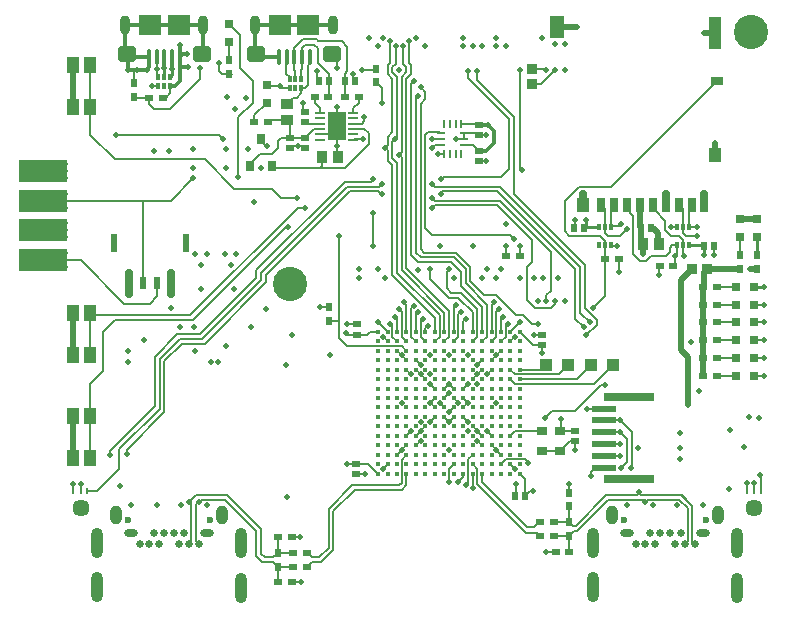
<source format=gtl>
G04*
G04 #@! TF.GenerationSoftware,Altium Limited,Altium Designer,19.0.15 (446)*
G04*
G04 Layer_Physical_Order=1*
G04 Layer_Color=255*
%FSAX42Y42*%
%MOMM*%
G71*
G01*
G75*
%ADD11C,0.25*%
%ADD15C,0.20*%
%ADD19R,0.60X0.75*%
%ADD20R,0.75X0.60*%
%ADD21R,0.60X0.64*%
%ADD22R,0.30X0.60*%
%ADD23R,0.90X1.00*%
%ADD24R,0.25X0.68*%
%ADD25R,0.68X0.25*%
%ADD26R,0.64X0.60*%
%ADD27R,0.60X1.10*%
%ADD28R,0.60X1.50*%
%ADD29R,0.29X0.53*%
%ADD30R,0.85X0.65*%
%ADD31R,0.85X0.95*%
%ADD32R,2.00X0.60*%
%ADD33R,4.20X0.70*%
%ADD34R,0.30X0.52*%
%ADD35C,0.40*%
%ADD36R,1.90X1.80*%
G04:AMPARAMS|DCode=37|XSize=1.6mm|YSize=1.4mm|CornerRadius=0.35mm|HoleSize=0mm|Usage=FLASHONLY|Rotation=180.000|XOffset=0mm|YOffset=0mm|HoleType=Round|Shape=RoundedRectangle|*
%AMROUNDEDRECTD37*
21,1,1.60,0.70,0,0,180.0*
21,1,0.90,1.40,0,0,180.0*
1,1,0.70,-0.45,0.35*
1,1,0.70,0.45,0.35*
1,1,0.70,0.45,-0.35*
1,1,0.70,-0.45,-0.35*
%
%ADD37ROUNDEDRECTD37*%
%ADD38O,0.40X1.35*%
%ADD39R,1.05X1.40*%
%ADD40R,1.00X0.90*%
%ADD41R,0.70X1.20*%
%ADD42R,1.00X1.20*%
%ADD43R,1.00X0.80*%
%ADD44R,1.00X2.80*%
%ADD45R,1.30X1.90*%
%ADD46R,0.80X0.80*%
%ADD47R,0.80X0.80*%
%ADD48R,0.65X0.95*%
%ADD49R,0.85X0.25*%
%ADD50R,1.58X2.48*%
%ADD51R,1.00X1.00*%
%ADD52R,1.00X1.00*%
%ADD53R,0.95X0.85*%
%ADD54R,4.06X1.91*%
%ADD108C,0.51*%
%ADD109C,0.64*%
%ADD110C,0.15*%
%ADD111C,0.38*%
%ADD112C,0.30*%
%ADD113C,1.45*%
%ADD114C,0.65*%
%ADD115O,1.15X0.65*%
%ADD116C,0.60*%
%ADD117O,1.00X1.60*%
%ADD118O,1.00X2.56*%
%ADD119O,0.90X1.60*%
%ADD120C,2.90*%
%ADD121C,0.46*%
D11*
X005426Y-002066D02*
Y-001990D01*
X005424Y-001988D02*
X005426Y-001990D01*
X005300Y-001988D02*
X005424D01*
X004422Y-001833D02*
X004540D01*
X005880Y-002073D02*
Y-001915D01*
X000860Y-000562D02*
X000860Y-000562D01*
X000860Y-000562D02*
Y-000490D01*
X000910Y-000562D02*
X000925Y-000547D01*
Y-000495D01*
X005853Y-002340D02*
X005940D01*
X004430Y-001824D02*
Y-001770D01*
X004414Y-001840D02*
X004422Y-001833D01*
X004430Y-001824D01*
D15*
X001908Y-000656D02*
X001920Y-000668D01*
X001840Y-000656D02*
X001908D01*
X001680Y-001080D02*
X001683Y-001082D01*
Y-001112D02*
Y-001082D01*
X000600Y-000612D02*
Y-000500D01*
X001100Y-002620D02*
X001890Y-001830D01*
X000440Y-002620D02*
X001100D01*
X000340Y-002720D02*
X000440Y-002620D01*
X001080Y-002580D02*
X001990Y-001670D01*
X000253Y-002580D02*
X001080D01*
X000233Y-002560D02*
X000253Y-002580D01*
X000020Y-002110D02*
X000150D01*
X-000040D02*
X000020D01*
X-000100D02*
X-000040D01*
X-000160D02*
X-000100D01*
X-000170D02*
X-000160D01*
X000150D02*
X000520Y-002480D01*
X000740D01*
X000800Y-002420D01*
Y-002310D01*
X000340Y-003050D02*
Y-002720D01*
X000020Y-001610D02*
X000680D01*
X-000040D02*
X000020D01*
X-000100D02*
X-000040D01*
X-000160D02*
X-000100D01*
X-000170D02*
X-000160D01*
X002167Y-002512D02*
X002250D01*
X000233Y-003790D02*
Y-003430D01*
X001010Y-002820D02*
X001200D01*
X000860Y-002970D02*
X001010Y-002820D01*
X000860Y-003400D02*
Y-002970D01*
X000990Y-002780D02*
X001180D01*
X000820Y-002950D02*
X000990Y-002780D01*
X000820Y-003370D02*
Y-002950D01*
X000970Y-002740D02*
X001160D01*
X000780Y-002930D02*
X000970Y-002740D01*
X000780Y-003350D02*
Y-002930D01*
X001200Y-002820D02*
X001720Y-002300D01*
X001180Y-002780D02*
X001680Y-002280D01*
X001160Y-002740D02*
X001640Y-002260D01*
X001720Y-002300D02*
Y-002240D01*
X001680Y-002280D02*
Y-002220D01*
X001640Y-002260D02*
Y-002200D01*
X002170Y-002510D02*
X002180D01*
X002167Y-002512D02*
X002170Y-002510D01*
X002700Y-000780D02*
Y-000657D01*
X004708Y-002100D02*
X004710Y-002102D01*
Y-002210D02*
Y-002102D01*
X004520Y-002660D02*
Y-002620D01*
X004430Y-002750D02*
X004520Y-002660D01*
X004420Y-002520D02*
X004520Y-002620D01*
X004420Y-002520D02*
Y-002150D01*
X004380Y-002560D02*
X004460Y-002640D01*
X004340Y-002610D02*
X004410Y-002680D01*
X004340Y-002610D02*
Y-002190D01*
X003750Y-002077D02*
X003753Y-002080D01*
X003750Y-002077D02*
Y-001990D01*
X002650Y-000607D02*
X002700Y-000657D01*
X003870Y-001330D02*
Y-000500D01*
Y-001330D02*
X003890Y-001350D01*
X005300Y-001833D02*
X005370D01*
X004590Y-001880D02*
Y-001833D01*
X005250Y-002070D02*
X005260Y-002080D01*
X005250Y-002070D02*
Y-001988D01*
X005167Y-002160D02*
X005180Y-002148D01*
Y-002080D01*
X005190D01*
X005200Y-002070D01*
X005108Y-002080D02*
X005140Y-002048D01*
X004890Y-002120D02*
X004940D01*
X004980Y-002080D02*
X005108D01*
X004940Y-002120D02*
X004980Y-002080D01*
X005162Y-001988D02*
X005200D01*
X005140Y-002010D02*
X005162Y-001988D01*
X005140Y-002048D02*
Y-002010D01*
X005200Y-002070D02*
Y-001988D01*
X004830Y-002060D02*
X004890Y-002120D01*
X004830Y-002060D02*
Y-001740D01*
X004800Y-001710D02*
X004830Y-001740D01*
X004800Y-001710D02*
Y-001670D01*
X004780Y-001650D02*
X004800Y-001670D01*
X005100Y-001860D02*
Y-001780D01*
X005020Y-001700D02*
X005100Y-001780D01*
X005020Y-001700D02*
Y-001670D01*
X005100Y-001860D02*
X005150Y-001910D01*
X005220D01*
X005000Y-001650D02*
X005020Y-001670D01*
X005514Y-002066D02*
Y-001990D01*
X003410Y-002310D02*
X003590Y-002490D01*
X003370Y-002330D02*
X003550Y-002510D01*
X003270Y-002430D02*
X003350D01*
X003110Y-002270D02*
X003270Y-002430D01*
X003110Y-002270D02*
Y-002190D01*
X003290Y-002390D02*
X003370D01*
X003250Y-002350D02*
X003290Y-002390D01*
X003250Y-002350D02*
Y-002210D01*
X003270Y-002190D01*
X003350Y-002430D02*
X003470Y-002550D01*
X002910Y-002180D02*
Y-000580D01*
Y-002180D02*
X003270Y-002540D01*
Y-002680D02*
Y-002540D01*
X003230Y-002720D02*
Y-002560D01*
X002870Y-002200D02*
X003230Y-002560D01*
X003190Y-002680D02*
Y-002580D01*
X003150Y-002720D02*
Y-002600D01*
X002750Y-000460D02*
X002770Y-000440D01*
Y-000260D01*
X002910Y-000580D02*
X002950Y-000540D01*
Y-000460D01*
X002930Y-000440D02*
X002950Y-000460D01*
X002930Y-000440D02*
Y-000260D01*
X002870Y-000560D02*
X002910Y-000520D01*
Y-000480D01*
X002880Y-000450D02*
X002910Y-000480D01*
X002880Y-000450D02*
Y-000300D01*
X002790Y-000480D02*
X002820Y-000450D01*
Y-000300D01*
X005280Y-001910D02*
X005370D01*
X005250Y-001880D02*
X005280Y-001910D01*
X005250Y-001880D02*
Y-001833D01*
Y-001988D02*
Y-001940D01*
X005220Y-001910D02*
X005250Y-001940D01*
X005153Y-001833D02*
X005200D01*
X004640D02*
Y-001680D01*
X004670Y-001650D01*
X004590Y-001833D02*
Y-001680D01*
X004560Y-001650D02*
X004590Y-001680D01*
X005300Y-001833D02*
Y-001680D01*
X005330Y-001650D01*
X005250Y-001833D02*
Y-001680D01*
X005220Y-001650D02*
X005250Y-001680D01*
X000680Y-001610D02*
X000912D01*
X000680Y-001610D02*
X000680Y-001610D01*
X000680Y-002310D02*
Y-001610D01*
X000912Y-001610D02*
X001106Y-001416D01*
X001320Y-000510D02*
Y-000440D01*
Y-000510D02*
X001348Y-000538D01*
X001410Y-000422D02*
Y-000265D01*
Y-000425D02*
Y-000422D01*
Y-000538D02*
X001430D01*
X001348D02*
X001410D01*
X001790Y-001330D02*
X002390D01*
X002190Y-001315D02*
X002192Y-001312D01*
X001775Y-001315D02*
X001790Y-001330D01*
X002192Y-001312D02*
Y-001240D01*
X002320Y-001232D02*
X002327Y-001240D01*
X002320Y-001232D02*
Y-001150D01*
X003590Y-002690D02*
Y-002490D01*
X003550Y-002720D02*
Y-002510D01*
X003510Y-002690D02*
Y-002530D01*
X003370Y-002390D02*
X003510Y-002530D01*
X003470Y-002720D02*
Y-002550D01*
X003790Y-002720D02*
X003870Y-002640D01*
X003750Y-002670D02*
X003770Y-002650D01*
X003750Y-002690D02*
Y-002670D01*
X003710Y-002610D02*
X003730Y-002590D01*
X003670Y-002550D02*
X003690Y-002530D01*
X003670Y-002690D02*
Y-002550D01*
X003630Y-002490D02*
X003650Y-002470D01*
X003630Y-002720D02*
Y-002490D01*
X003390Y-002630D02*
X003410Y-002610D01*
X003390Y-002720D02*
Y-002630D01*
X003350Y-002570D02*
X003370Y-002550D01*
X003310Y-002510D02*
X003330Y-002490D01*
X003310Y-002720D02*
Y-002510D01*
X002670Y-002640D02*
Y-002640D01*
Y-002640D02*
X002750Y-002720D01*
X002890Y-002470D02*
X002910Y-002490D01*
Y-002720D02*
Y-002490D01*
X002850Y-002530D02*
X002870Y-002550D01*
Y-002690D02*
Y-002550D01*
X002810Y-002590D02*
X002830Y-002610D01*
Y-002720D02*
Y-002610D01*
X002790Y-002690D02*
Y-002670D01*
X002770Y-002650D02*
X002790Y-002670D01*
X002950Y-002520D02*
X002970Y-002500D01*
X002950Y-002690D02*
Y-002520D01*
X002990Y-002570D02*
X003010Y-002550D01*
X002990Y-002720D02*
Y-002570D01*
X003030Y-002630D02*
X003050Y-002610D01*
X003030Y-002690D02*
Y-002630D01*
X003070Y-002690D02*
X003090Y-002670D01*
X003070Y-002720D02*
Y-002690D01*
X000209Y-004069D02*
X000291D01*
X005909Y-004067D02*
Y-003939D01*
X005900Y-003930D02*
X005909Y-003939D01*
X005791Y-004067D02*
Y-004001D01*
X005850Y-004067D02*
Y-004000D01*
X000090Y-004010D02*
X000090Y-004010D01*
Y-004069D02*
Y-004010D01*
X000150Y-004069D02*
Y-004010D01*
X004210Y-003560D02*
X004220Y-003550D01*
Y-003460D01*
X004340Y-003390D02*
X004560Y-003170D01*
X004140Y-003390D02*
X004340D01*
X004080Y-003450D02*
X004140Y-003390D01*
X004340Y-003720D02*
Y-003644D01*
X004291D02*
X004340D01*
X004210Y-003725D02*
X004291Y-003644D01*
X004055Y-003725D02*
X004210D01*
X004336Y-003560D02*
X004340Y-003556D01*
X004210Y-003560D02*
X004336D01*
X003900D02*
X004055D01*
X003590D02*
X003630Y-003600D01*
X003954Y-004070D02*
X003980D01*
X003914Y-004110D02*
X003954Y-004070D01*
X003840Y-004096D02*
Y-004010D01*
X003826Y-004110D02*
X003840Y-004096D01*
X004290Y-004083D02*
Y-004010D01*
X004720Y-003470D02*
X004820Y-003570D01*
Y-003860D02*
Y-003570D01*
X004810Y-003870D02*
X004820Y-003860D01*
X004720Y-003570D02*
X004780Y-003630D01*
Y-003820D02*
Y-003630D01*
X004730Y-003870D02*
X004780Y-003820D01*
X004580Y-003770D02*
X004720D01*
X004580Y-003670D02*
X004720D01*
X004580Y-003570D02*
X004720D01*
X004580Y-003470D02*
X004720D01*
X004440Y-003370D02*
X004580D01*
X004470Y-003940D02*
Y-003910D01*
X004510Y-003870D01*
X004580D01*
X004090Y-004580D02*
X004172D01*
X004012Y-004420D02*
X004042Y-004450D01*
X003920Y-004420D02*
X004012D01*
X003510Y-004010D02*
X003920Y-004420D01*
X003990Y-004370D02*
X004020Y-004340D01*
X003930Y-004370D02*
X003990D01*
X003551Y-003991D02*
X003930Y-004370D01*
X003551Y-003991D02*
Y-003921D01*
X003550Y-003920D02*
X003551Y-003921D01*
X003510Y-004010D02*
Y-003950D01*
X005730Y-001765D02*
X005750Y-001745D01*
X005730Y-002073D02*
Y-001915D01*
X000795Y-000547D02*
X000810Y-000562D01*
X000795Y-000547D02*
Y-000495D01*
X002280Y-000370D02*
X002320Y-000410D01*
Y-000490D02*
Y-000410D01*
Y-000980D02*
Y-000820D01*
X002252Y-001047D02*
X002320Y-000980D01*
X002150Y-000584D02*
Y-000510D01*
Y-000584D02*
X002166Y-000600D01*
X002030Y-000836D02*
X002050Y-000856D01*
X001830Y-000440D02*
Y-000392D01*
X001840Y-000656D02*
Y-000640D01*
X002030Y-000836D02*
Y-000780D01*
X002178Y-001047D02*
X002252D01*
X002320Y-001150D02*
Y-000980D01*
X001585Y-001315D02*
Y-001295D01*
X001670Y-001210D01*
X001770D01*
X001844Y-001076D02*
X001920D01*
X001738Y-000940D02*
X001750Y-000927D01*
X001900D01*
X002124Y-001002D02*
X002178D01*
X002050Y-001076D02*
X002124Y-001002D01*
X001920Y-001076D02*
X002050D01*
X001920D02*
Y-000947D01*
X001900Y-000927D02*
X001920Y-000947D01*
X002063Y-000957D02*
X002178D01*
X002050Y-000944D02*
X002063Y-000957D01*
X001893Y-000533D02*
Y-000394D01*
X001895Y-000392D01*
X001893Y-000533D02*
X001920Y-000560D01*
Y-000592D02*
Y-000582D01*
Y-000560D01*
X002090Y-000392D02*
X002097Y-000399D01*
X002090Y-000450D02*
Y-000392D01*
X001980Y-000740D02*
X002020Y-000700D01*
X001952Y-000740D02*
X001980D01*
X001900Y-000792D02*
X001952Y-000740D01*
X002020Y-000700D02*
Y-000658D01*
X002080Y-000460D02*
X002090Y-000450D01*
X002080Y-000630D02*
Y-000460D01*
X002052Y-000658D02*
X002080Y-000630D01*
X002020Y-000658D02*
X002052D01*
X005535Y-002340D02*
X005703D01*
X005535Y-002490D02*
X005703D01*
X005535Y-002640D02*
X005703D01*
X005535Y-002790D02*
X005703D01*
X005545Y-003090D02*
X005703D01*
X005547Y-002940D02*
X005703D01*
X002020Y-000500D02*
X002025Y-000495D01*
X002020Y-000592D02*
Y-000582D01*
Y-000500D01*
X002160Y-000440D02*
Y-000320D01*
X002254Y-000600D02*
Y-000534D01*
X002025Y-000315D02*
X002050Y-000290D01*
X002130D02*
X002160Y-000320D01*
X002254Y-000723D02*
Y-000600D01*
X002248Y-000730D02*
X002254Y-000723D01*
X002160Y-000440D02*
X002173Y-000453D01*
X002173D01*
X002207Y-000487D01*
Y-000487D02*
Y-000487D01*
Y-000487D02*
X002254Y-000534D01*
X002050Y-000290D02*
X002130D01*
X001960Y-000500D02*
X001970Y-000510D01*
Y-000592D02*
Y-000582D01*
Y-000510D01*
X002386Y-000600D02*
Y-000534D01*
X002165Y-000260D02*
X002360D01*
X002410Y-000310D01*
X002386Y-000723D02*
Y-000600D01*
Y-000723D02*
X002392Y-000730D01*
X001960Y-000315D02*
X002031Y-000244D01*
X002149D01*
X002165Y-000260D01*
X002386Y-000534D02*
X002410Y-000510D01*
Y-000310D01*
X002133Y-000782D02*
Y-000730D01*
Y-000782D02*
X002178Y-000828D01*
Y-000867D02*
Y-000828D01*
X002461Y-000867D02*
Y-000828D01*
X005430Y-002942D02*
X005433Y-002940D01*
X004158Y-004450D02*
X004288D01*
Y-004580D02*
Y-004450D01*
X004158Y-004330D02*
X004288D01*
X003230Y-003200D02*
X003270Y-003160D01*
X003270D01*
X003310Y-003200D02*
X003310D01*
X003270Y-003160D02*
X003310Y-003200D01*
X003150Y-003280D02*
Y-003280D01*
X003110Y-003320D02*
X003150Y-003280D01*
Y-003360D02*
Y-003360D01*
X003110Y-003320D02*
X003150Y-003360D01*
X003230Y-003440D02*
X003270Y-003480D01*
X003310Y-003440D02*
Y-003440D01*
X003270Y-003480D02*
X003310Y-003440D01*
X003390Y-003360D02*
X003390D01*
X003430Y-003320D01*
X003390Y-003280D02*
X003430Y-003320D01*
X003230Y-003280D02*
X003270Y-003240D01*
X003270D01*
X003310Y-003280D02*
Y-003280D01*
Y-003280D02*
X003350Y-003320D01*
X003270Y-003400D02*
X003310Y-003360D01*
X003190Y-003320D02*
X003230Y-003360D01*
X003030Y-003080D02*
X003070Y-003120D01*
X003470D02*
X003470D01*
X003510Y-003080D01*
X003550Y-003040D02*
Y-003040D01*
X003510Y-003080D02*
X003550Y-003040D01*
X003030Y-003560D02*
X003070Y-003520D01*
X002990Y-003600D02*
X003030Y-003560D01*
X003470Y-003520D02*
X003510Y-003560D01*
X003510D01*
X003510D02*
X003550Y-003600D01*
X003630Y-003680D02*
X003670Y-003720D01*
X003710Y-003760D01*
X003630Y-002960D02*
X003630D01*
X003670Y-002920D01*
X003710Y-002880D01*
X003110Y-003160D02*
X003150Y-003200D01*
X003110Y-003160D02*
Y-003160D01*
X003390Y-003200D02*
X003390D01*
X003430Y-003160D01*
X003390Y-003440D02*
X003430Y-003480D01*
X003110Y-003480D02*
X003150Y-003440D01*
X003110Y-003480D02*
Y-003480D01*
X003510Y-003000D02*
X003550Y-002960D01*
X003510Y-003000D02*
Y-003000D01*
X002990Y-002960D02*
X003030Y-003000D01*
X003590Y-003080D02*
X003630Y-003040D01*
X003590Y-003080D02*
Y-003080D01*
X003550Y-003680D02*
Y-003680D01*
X003510Y-003640D02*
X003550Y-003680D01*
X003790Y-003840D02*
X003830Y-003880D01*
X003790Y-002800D02*
X003790D01*
X003830Y-002760D01*
X002710D02*
X002750Y-002800D01*
X003710Y-002720D02*
Y-002610D01*
X000910Y-000700D02*
Y-000638D01*
X000870Y-000740D02*
X000910Y-000700D01*
X000848Y-000740D02*
X000870D01*
X000612D02*
X000732D01*
X000600Y-000728D02*
X000612Y-000740D01*
X000752Y-000638D02*
X000810D01*
X002460Y-001094D02*
X002461Y-001092D01*
X002550Y-000937D02*
Y-000900D01*
X002530Y-000957D02*
X002550Y-000937D01*
X002461Y-000957D02*
X002530D01*
X003350Y-002680D02*
Y-002570D01*
X005270Y-004514D02*
X005290Y-004494D01*
Y-004210D01*
X005220Y-004140D02*
X005290Y-004210D01*
X004950Y-004140D02*
X005220D01*
X004930Y-004160D02*
X004950Y-004140D01*
X005331Y-004495D02*
X005350Y-004514D01*
X005328Y-004191D02*
X005331D01*
X005237Y-004099D02*
X005328Y-004191D01*
X005331Y-004495D02*
Y-004191D01*
X005239Y-004099D02*
X005331Y-004191D01*
X004899Y-004099D02*
X005237D01*
X004880Y-004080D02*
X004899Y-004099D01*
X004910Y-004140D02*
X004930Y-004160D01*
X004620Y-004140D02*
X004910D01*
X004350Y-004410D02*
X004620Y-004140D01*
X004328Y-004410D02*
X004350D01*
X004288Y-004450D02*
X004290Y-004447D01*
X004328Y-004410D01*
X004861Y-004099D02*
X004880Y-004080D01*
X004603Y-004099D02*
X004861D01*
X004343Y-004360D02*
X004603Y-004099D01*
X004317Y-004360D02*
X004343D01*
X004288Y-004330D02*
X004290Y-004333D01*
X004317Y-004360D01*
X004290Y-004333D02*
Y-004203D01*
X001130Y-004494D02*
X001150Y-004514D01*
X001070D02*
X001089Y-004495D01*
X001150Y-004160D02*
X001170Y-004140D01*
X001370D01*
X001131Y-004099D02*
X001389D01*
X003470Y-004040D02*
Y-003920D01*
X003430Y-004000D02*
Y-003950D01*
X003410Y-004020D02*
X003430Y-004000D01*
X003390Y-003950D02*
Y-003920D01*
X003350Y-003990D02*
X003390Y-003950D01*
X003270Y-003990D02*
Y-003950D01*
X003870Y-003920D02*
X003914Y-003964D01*
Y-004110D02*
Y-003964D01*
X003986Y-002746D02*
X004060D01*
X003870Y-002720D02*
X003984Y-002834D01*
X004060D01*
Y-002900D02*
Y-002834D01*
X002036Y-001150D02*
X002050Y-001164D01*
X001990Y-001150D02*
X002036D01*
X001920Y-001164D02*
X001934Y-001150D01*
X001990D01*
X003790Y-003040D02*
X003830Y-003080D01*
X003870Y-003040D02*
X004050D01*
X004090Y-003000D01*
X003900Y-003080D02*
X004200D01*
X004280Y-003000D01*
X003870Y-003120D02*
X004350D01*
X004470Y-003000D01*
X003790Y-003120D02*
X003790D01*
X003830Y-003160D01*
X003900D02*
X004500D01*
X004660Y-003000D01*
X001680Y-001085D02*
Y-001080D01*
X001770Y-001210D02*
X001820Y-001160D01*
Y-001100D01*
X001844Y-001076D01*
X001683Y-001112D02*
X001720Y-001150D01*
X001730D01*
X004288Y-004200D02*
X004290Y-004203D01*
X003219Y-001210D02*
X003225Y-001216D01*
X003180Y-001040D02*
X003199D01*
X003375Y-000964D02*
X003379Y-000960D01*
X003514D01*
X003520Y-000966D01*
X003401Y-001090D02*
Y-001040D01*
X003506D01*
X003520Y-001054D01*
X002490Y-002744D02*
X002576D01*
X002600Y-002720D01*
X002670D01*
X002414Y-002744D02*
X002490D01*
X002400Y-002730D02*
X002414Y-002744D01*
X002406Y-002656D02*
X002490D01*
X005853Y-002490D02*
X005940D01*
X005853Y-002640D02*
X005940D01*
X005853Y-002790D02*
X005940D01*
X005853Y-002940D02*
X005940D01*
X005853Y-003090D02*
X005940D01*
X001960Y-000500D02*
Y-000392D01*
Y-000315D01*
X002025Y-000495D02*
Y-000392D01*
Y-000315D01*
X000795Y-000495D02*
Y-000390D01*
X002508Y-000782D02*
Y-000730D01*
X002461Y-000828D02*
X002508Y-000782D01*
X002460Y-000586D02*
X002474Y-000600D01*
X002460Y-000586D02*
Y-000540D01*
X001623Y-000940D02*
Y-000888D01*
X001730Y-000780D01*
Y-000630D02*
X001740Y-000640D01*
X001840D01*
X000450Y-001050D02*
X001320D01*
X001360Y-001090D01*
X001487Y-001413D02*
Y-000903D01*
X001610Y-000780D01*
Y-000600D01*
X001500Y-000490D02*
X001610Y-000600D01*
X001500Y-000490D02*
Y-000205D01*
X001410Y-000115D02*
X001500Y-000205D01*
X000732Y-000793D02*
Y-000740D01*
Y-000793D02*
X000770Y-000830D01*
X000910D01*
X001160Y-000580D01*
Y-000490D01*
X002410Y-002840D02*
X002640D01*
X002990Y-003040D02*
X003030Y-003080D01*
X002990Y-003600D02*
X002990D01*
X002107Y-004671D02*
X002189D01*
X002108Y-004630D02*
X002170D01*
X001783Y-004670D02*
X001820Y-004708D01*
X001690Y-004670D02*
X001783D01*
X001640Y-004620D02*
X001690Y-004670D01*
X001783Y-004630D02*
X001820Y-004592D01*
X001710Y-004630D02*
X001783D01*
X001680Y-004600D02*
X001710Y-004630D01*
X001680Y-004600D02*
Y-004390D01*
X001389Y-004099D02*
X001680Y-004390D01*
X001640Y-004620D02*
Y-004410D01*
X001370Y-004140D02*
X001640Y-004410D01*
X002406Y-003836D02*
X002480D01*
X002586D01*
X002670Y-003920D01*
X002480Y-003924D02*
X002556D01*
X002869Y-004000D02*
Y-003950D01*
X002850Y-004019D02*
X002869Y-004000D01*
X002453Y-004019D02*
X002850D01*
X002910Y-004020D02*
Y-003920D01*
X002870Y-004060D02*
X002910Y-004020D01*
X002453Y-004020D02*
X002453Y-004019D01*
X002450Y-004020D02*
X002453D01*
X002470Y-004060D02*
X002870D01*
X001070Y-004160D02*
X001131Y-004099D01*
X001130Y-004494D02*
Y-004180D01*
X001150Y-004160D01*
X001089Y-004495D02*
Y-004179D01*
X001070Y-004160D02*
X001089Y-004179D01*
X002710Y-003880D02*
Y-003880D01*
X002750Y-003840D01*
X002950Y-003560D02*
X002950D01*
X002910Y-003600D02*
X002950Y-003560D01*
X003030Y-003640D02*
X003030D01*
X002990Y-003680D02*
X003030Y-003640D01*
X002910Y-003040D02*
X002950Y-003080D01*
X002830Y-002880D02*
X002870Y-002920D01*
Y-002920D01*
Y-002920D02*
X002910Y-002960D01*
X002830Y-003760D02*
X002870Y-003720D01*
X002830Y-003760D02*
X002830D01*
X002870Y-003720D02*
X002910Y-003680D01*
Y-003680D01*
X001820Y-004592D02*
X001823Y-004590D01*
X001952D01*
X001820Y-004838D02*
X001823Y-004840D01*
X001820Y-004838D02*
Y-004708D01*
X001823Y-004710D01*
X001952D01*
X002067Y-004590D02*
X002108Y-004630D01*
X002067Y-004710D02*
X002107Y-004671D01*
X001938Y-004840D02*
X002020D01*
X001938Y-004460D02*
X002010D01*
X001820Y-004592D02*
Y-004462D01*
X001823Y-004460D01*
X002189Y-004671D02*
X002290Y-004570D01*
Y-004240D01*
X002470Y-004060D01*
X002170Y-004630D02*
X002250Y-004550D01*
Y-004220D01*
X002450Y-004020D01*
X003970Y-000495D02*
X004085D01*
X004090Y-000500D01*
X003970Y-000625D02*
X004045D01*
X004170Y-000500D01*
X002390Y-001330D02*
X002590Y-001130D01*
X002461Y-001002D02*
X002552D01*
X002590Y-001040D01*
Y-001130D02*
Y-001040D01*
X002461Y-001092D02*
X002464Y-001090D01*
X002540D01*
X003870Y-000500D02*
X003870Y-000500D01*
X002950Y-000620D02*
X002970Y-000600D01*
X002950Y-002070D02*
Y-000620D01*
Y-002070D02*
X003010Y-002130D01*
X003290D01*
X003370Y-002210D01*
Y-002330D02*
Y-002210D01*
X002990Y-000740D02*
X003010Y-000720D01*
X002990Y-002050D02*
Y-000740D01*
Y-002050D02*
X003030Y-002090D01*
X003310D01*
X003410Y-002190D01*
Y-002310D02*
Y-002190D01*
X003030Y-000650D02*
X003070Y-000690D01*
Y-000750D02*
Y-000690D01*
X003030Y-000790D02*
X003070Y-000750D01*
X003030Y-002020D02*
Y-000790D01*
Y-002020D02*
X003060Y-002050D01*
X003330D01*
X003450Y-002170D01*
Y-002290D02*
Y-002170D01*
Y-002290D02*
X003570Y-002410D01*
X003670D01*
X003840Y-002580D01*
X004326Y-001840D02*
X004340Y-001826D01*
Y-001770D01*
X005050Y-002240D02*
Y-002162D01*
X005053Y-002160D01*
X004645Y-001490D02*
X005535Y-000600D01*
X004250Y-001870D02*
X004290Y-001910D01*
X004550D01*
X004590Y-001950D01*
Y-001988D02*
Y-001950D01*
Y-002098D02*
Y-001988D01*
Y-002098D02*
X004592Y-002100D01*
X004640Y-001833D02*
X004653Y-001820D01*
X004590Y-001880D02*
X004620Y-001910D01*
X004653Y-001820D02*
X004710D01*
X004720Y-001810D01*
X004730D01*
X004620Y-001910D02*
X004720D01*
X004780Y-001850D01*
X004640Y-001988D02*
X004642Y-001990D01*
X004690D01*
X002250Y-002627D02*
X002338D01*
X002340Y-002630D01*
Y-002770D02*
Y-002630D01*
Y-002770D02*
X002410Y-002840D01*
X002630Y-001990D02*
Y-001710D01*
X003870Y-002077D02*
Y-001990D01*
X003867Y-002080D02*
X003870Y-002077D01*
X004560Y-003170D02*
X004590D01*
X003970Y-002650D02*
X004020D01*
X003900Y-002580D02*
X003970Y-002650D01*
X003840Y-002580D02*
X003900D01*
X004490Y-002520D02*
X004592Y-002417D01*
Y-002100D01*
X003820Y-001550D02*
X004420Y-002150D01*
X004380Y-002560D02*
Y-002170D01*
X003070Y-001840D02*
X003130Y-001900D01*
X003680Y-001530D02*
X004340Y-002190D01*
X003130Y-001900D02*
X003790D01*
X003820Y-001930D01*
X003130Y-001090D02*
X003199D01*
X003130Y-001090D02*
X003130Y-001090D01*
X003150Y-001140D02*
X003199D01*
X003130Y-001160D02*
X003150Y-001140D01*
X003174Y-001216D02*
X003225D01*
X003070Y-001840D02*
Y-001050D01*
X003090Y-001030D01*
X003189D01*
X003199Y-001040D01*
X003330Y-001090D02*
X003401D01*
X003520Y-001054D02*
X003586D01*
X002730Y-001160D02*
X002750Y-001140D01*
X002730Y-001160D02*
X002750Y-001180D01*
X002730Y-001160D02*
X002730D01*
X002790Y-001110D02*
X002810Y-001090D01*
X002850Y-001220D02*
X002870Y-001240D01*
X002850Y-001220D02*
X002850D01*
X002870Y-002200D02*
Y-001240D01*
X002850Y-001220D02*
X002870Y-001200D01*
Y-000560D01*
X002790Y-001250D02*
X002830Y-001290D01*
Y-002220D02*
Y-001290D01*
X002790Y-001250D02*
Y-001110D01*
X002830Y-002220D02*
X003190Y-002580D01*
X002750Y-001270D02*
X002790Y-001310D01*
Y-002240D02*
Y-001310D01*
X002750Y-001270D02*
Y-001180D01*
X002790Y-002240D02*
X003150Y-002600D01*
X002790Y-000520D02*
X002830Y-000560D01*
Y-001070D02*
Y-000560D01*
X002810Y-001090D02*
X002830Y-001070D01*
X002790Y-000520D02*
Y-000480D01*
X002750Y-000540D02*
X002790Y-000580D01*
Y-001030D02*
Y-000580D01*
X002750Y-001070D02*
X002790Y-001030D01*
X002750Y-001140D02*
Y-001070D01*
Y-000540D02*
Y-000460D01*
X002530Y-000500D02*
X002642D01*
X002650Y-000493D01*
X004090Y-002460D02*
Y-002410D01*
X004130Y-002370D01*
X004170Y-002480D02*
Y-002460D01*
X004130Y-002520D02*
X004170Y-002480D01*
X004000Y-002520D02*
X004130D01*
X003930Y-002450D02*
X004000Y-002520D01*
X003930Y-002450D02*
Y-002170D01*
X003970Y-002130D01*
X003805Y-001715D02*
X004130Y-002040D01*
Y-002370D02*
Y-002040D01*
X003970Y-002130D02*
Y-001940D01*
X003680Y-001650D02*
X003970Y-001940D01*
X003820Y-001550D02*
Y-000900D01*
X003510Y-000590D02*
X003820Y-000900D01*
X003510Y-000590D02*
Y-000510D01*
X003430Y-000570D02*
Y-000510D01*
Y-000570D02*
X003780Y-000920D01*
X003150Y-001650D02*
X003680D01*
X003130Y-001670D02*
X003150Y-001650D01*
X003700Y-001610D02*
X003805Y-001715D01*
X003150Y-001610D02*
X003700D01*
X003130Y-001590D02*
X003150Y-001610D01*
X001450Y-001510D02*
X001770D01*
X001200Y-001260D02*
X001450Y-001510D01*
X000440Y-001260D02*
X001200D01*
X000233Y-001052D02*
X000440Y-001260D01*
X000233Y-001052D02*
Y-000820D01*
Y-000460D01*
Y-002920D02*
Y-002560D01*
X002340Y-002630D02*
Y-001910D01*
X001770Y-001510D02*
X001850Y-001590D01*
X001980D01*
X003220Y-001530D02*
X003680D01*
X003200Y-001550D02*
X003220Y-001530D01*
X003700Y-001490D02*
X004380Y-002170D01*
X003150Y-001490D02*
X003700D01*
X003130Y-001470D02*
X003150Y-001490D01*
X003710Y-001410D02*
X003780Y-001340D01*
X003220Y-001410D02*
X003710D01*
X003200Y-001430D02*
X003220Y-001410D01*
X003780Y-001340D02*
Y-000920D01*
X001990Y-001670D02*
X002050D01*
X002690Y-001550D02*
X002700D01*
X002670Y-001530D02*
X002690Y-001550D01*
X002430Y-001530D02*
X002670D01*
X001720Y-002240D02*
X002430Y-001530D01*
X000291Y-004069D02*
X000480Y-003880D01*
X002680Y-001490D02*
X002700Y-001470D01*
X002410Y-001490D02*
X002680D01*
X001680Y-002220D02*
X002410Y-001490D01*
X002610Y-001450D02*
X002630Y-001430D01*
X002390Y-001450D02*
X002610D01*
X001640Y-002200D02*
X002390Y-001450D01*
X000400Y-003760D02*
Y-003730D01*
X000780Y-003350D01*
X000480Y-003880D02*
Y-003710D01*
X000820Y-003370D01*
X000540Y-003750D02*
Y-003720D01*
X000860Y-003400D01*
X001890Y-001830D02*
X001910D01*
X000233Y-003158D02*
X000340Y-003050D01*
X000233Y-003430D02*
Y-003158D01*
X003474Y-001140D02*
X003520Y-001186D01*
X003401Y-001140D02*
X003474D01*
X003520Y-001274D02*
X003586D01*
X003520Y-000966D02*
X003524Y-000970D01*
X004250Y-001870D02*
Y-001610D01*
X004370Y-001490D01*
X004645D01*
D19*
X002650Y-000607D02*
D03*
Y-000493D02*
D03*
X002250Y-002627D02*
D03*
Y-002512D02*
D03*
X004290Y-004197D02*
D03*
Y-004083D02*
D03*
Y-004447D02*
D03*
Y-004333D02*
D03*
X005730Y-002073D02*
D03*
Y-002188D02*
D03*
X001410Y-000422D02*
D03*
Y-000538D02*
D03*
X005880Y-002188D02*
D03*
Y-002073D02*
D03*
X000600Y-000612D02*
D03*
Y-000728D02*
D03*
X001820Y-004592D02*
D03*
Y-004708D02*
D03*
D20*
X005167Y-002160D02*
D03*
X005053D02*
D03*
X004592Y-002100D02*
D03*
X004708D02*
D03*
X000848Y-000740D02*
D03*
X000732D02*
D03*
X004158Y-004450D02*
D03*
X004042D02*
D03*
X004172Y-004580D02*
D03*
X004288D02*
D03*
X004042Y-004330D02*
D03*
X004158D02*
D03*
X005535Y-002340D02*
D03*
X005420D02*
D03*
X005535Y-002490D02*
D03*
X005420D02*
D03*
X005535Y-002640D02*
D03*
X005420D02*
D03*
X005535Y-002790D02*
D03*
X005420D02*
D03*
X005538Y-003090D02*
D03*
X005422D02*
D03*
X005538Y-002940D02*
D03*
X005422D02*
D03*
X001738Y-000940D02*
D03*
X001623D02*
D03*
X002133Y-000730D02*
D03*
X002248D02*
D03*
X002508D02*
D03*
X002392D02*
D03*
X003867Y-002080D02*
D03*
X003753D02*
D03*
X001823Y-004840D02*
D03*
X001938D02*
D03*
X002067Y-004710D02*
D03*
X001952D02*
D03*
Y-004590D02*
D03*
X002067D02*
D03*
X001938Y-004460D02*
D03*
X001823D02*
D03*
D21*
X004896Y-001840D02*
D03*
X004984D02*
D03*
X005426Y-001990D02*
D03*
X005514D02*
D03*
X004414Y-001840D02*
D03*
X004326D02*
D03*
X003914Y-004110D02*
D03*
X003826D02*
D03*
X002254Y-000600D02*
D03*
X002166D02*
D03*
X002386D02*
D03*
X002474D02*
D03*
D22*
X005300Y-001988D02*
D03*
X005250D02*
D03*
X005200D02*
D03*
Y-001833D02*
D03*
X005250D02*
D03*
X005300D02*
D03*
X004540D02*
D03*
X004590D02*
D03*
X004640D02*
D03*
Y-001988D02*
D03*
X004590D02*
D03*
X004540D02*
D03*
D23*
X005047Y-001980D02*
D03*
X004912D02*
D03*
X002327Y-001240D02*
D03*
X002192D02*
D03*
D24*
X003225Y-001216D02*
D03*
X003275D02*
D03*
X003325D02*
D03*
X003375D02*
D03*
Y-000964D02*
D03*
X003325D02*
D03*
X003275D02*
D03*
X003225D02*
D03*
D25*
X003401Y-001140D02*
D03*
Y-001090D02*
D03*
Y-001040D02*
D03*
X003199D02*
D03*
Y-001090D02*
D03*
Y-001140D02*
D03*
D26*
X003520Y-001186D02*
D03*
Y-001274D02*
D03*
X002490Y-002656D02*
D03*
Y-002744D02*
D03*
X004340Y-003644D02*
D03*
Y-003556D02*
D03*
X003520Y-000966D02*
D03*
Y-001054D02*
D03*
X001920Y-001076D02*
D03*
Y-001164D02*
D03*
X002050Y-001076D02*
D03*
Y-001164D02*
D03*
Y-000944D02*
D03*
Y-000856D02*
D03*
X004060Y-002834D02*
D03*
Y-002746D02*
D03*
X002480Y-003924D02*
D03*
Y-003836D02*
D03*
D27*
X000560Y-002310D02*
D03*
X000680D02*
D03*
X000800D02*
D03*
X000920D02*
D03*
D28*
X000433Y-001970D02*
D03*
X001047D02*
D03*
D29*
X000209Y-004069D02*
D03*
X000150D02*
D03*
X000090D02*
D03*
X005791Y-004067D02*
D03*
X005850D02*
D03*
X005909D02*
D03*
D30*
X004055Y-003725D02*
D03*
Y-003560D02*
D03*
X004210D02*
D03*
Y-003725D02*
D03*
D31*
X005325Y-002190D02*
D03*
X005455D02*
D03*
D32*
X004580Y-003870D02*
D03*
Y-003770D02*
D03*
Y-003670D02*
D03*
Y-003570D02*
D03*
Y-003470D02*
D03*
Y-003370D02*
D03*
D33*
X004790Y-003970D02*
D03*
Y-003270D02*
D03*
D34*
X000910Y-000638D02*
D03*
X000860D02*
D03*
X000810D02*
D03*
Y-000562D02*
D03*
X000860D02*
D03*
X000910D02*
D03*
X002020Y-000658D02*
D03*
X001970D02*
D03*
X001920D02*
D03*
Y-000582D02*
D03*
X001970D02*
D03*
X002020D02*
D03*
D35*
X003870Y-003920D02*
D03*
X003790D02*
D03*
X003710D02*
D03*
X003630D02*
D03*
X003550D02*
D03*
X003470D02*
D03*
X003390D02*
D03*
X003310D02*
D03*
X003230D02*
D03*
X003150D02*
D03*
X003070D02*
D03*
X002990D02*
D03*
X002910D02*
D03*
X002830D02*
D03*
X002750D02*
D03*
X002670D02*
D03*
X003870Y-003840D02*
D03*
X003790D02*
D03*
X003710D02*
D03*
X003630D02*
D03*
X003550D02*
D03*
X003470D02*
D03*
X003390D02*
D03*
X003310D02*
D03*
X003230D02*
D03*
X003150D02*
D03*
X003070D02*
D03*
X002990D02*
D03*
X002910D02*
D03*
X002830D02*
D03*
X002750D02*
D03*
X002670D02*
D03*
X003870Y-003760D02*
D03*
X003790D02*
D03*
X003710D02*
D03*
X003630D02*
D03*
X003550D02*
D03*
X003470D02*
D03*
X003390D02*
D03*
X003310D02*
D03*
X003230D02*
D03*
X003150D02*
D03*
X003070D02*
D03*
X002990D02*
D03*
X002910D02*
D03*
X002830D02*
D03*
X002750D02*
D03*
X002670D02*
D03*
X003870Y-003680D02*
D03*
X003790D02*
D03*
X003710D02*
D03*
X003630D02*
D03*
X003550D02*
D03*
X003470D02*
D03*
X003390D02*
D03*
X003310D02*
D03*
X003230D02*
D03*
X003150D02*
D03*
X003070D02*
D03*
X002990D02*
D03*
X002910D02*
D03*
X002830D02*
D03*
X002750D02*
D03*
X002670D02*
D03*
X003870Y-003600D02*
D03*
X003790D02*
D03*
X003710D02*
D03*
X003630D02*
D03*
X003550D02*
D03*
X003470D02*
D03*
X003390D02*
D03*
X003310D02*
D03*
X003230D02*
D03*
X003150D02*
D03*
X003070D02*
D03*
X002990D02*
D03*
X002910D02*
D03*
X002830D02*
D03*
X002750D02*
D03*
X002670D02*
D03*
X003870Y-003520D02*
D03*
X003790D02*
D03*
X003710D02*
D03*
X003630D02*
D03*
X003550D02*
D03*
X003470D02*
D03*
X003390D02*
D03*
X003310D02*
D03*
X003230D02*
D03*
X003150D02*
D03*
X003070D02*
D03*
X002990D02*
D03*
X002910D02*
D03*
X002830D02*
D03*
X002750D02*
D03*
X002670D02*
D03*
X003870Y-003440D02*
D03*
X003790D02*
D03*
X003710D02*
D03*
X003630D02*
D03*
X003550D02*
D03*
X003470D02*
D03*
X003390D02*
D03*
X003310D02*
D03*
X003230D02*
D03*
X003150D02*
D03*
X003070D02*
D03*
X002990D02*
D03*
X002910D02*
D03*
X002830D02*
D03*
X002750D02*
D03*
X002670D02*
D03*
X003870Y-003360D02*
D03*
X003790D02*
D03*
X003710D02*
D03*
X003630D02*
D03*
X003550D02*
D03*
X003470D02*
D03*
X003390D02*
D03*
X003310D02*
D03*
X003230D02*
D03*
X003150D02*
D03*
X003070D02*
D03*
X002990D02*
D03*
X002910D02*
D03*
X002830D02*
D03*
X002750D02*
D03*
X002670D02*
D03*
X003870Y-003280D02*
D03*
X003790D02*
D03*
X003710D02*
D03*
X003630D02*
D03*
X003550D02*
D03*
X003470D02*
D03*
X003390D02*
D03*
X003310D02*
D03*
X003230D02*
D03*
X003150D02*
D03*
X003070D02*
D03*
X002990D02*
D03*
X002910D02*
D03*
X002830D02*
D03*
X002750D02*
D03*
X002670D02*
D03*
X003870Y-003200D02*
D03*
X003790D02*
D03*
X003710D02*
D03*
X003630D02*
D03*
X003550D02*
D03*
X003470D02*
D03*
X003390D02*
D03*
X003310D02*
D03*
X003230D02*
D03*
X003150D02*
D03*
X003070D02*
D03*
X002990D02*
D03*
X002910D02*
D03*
X002830D02*
D03*
X002750D02*
D03*
X002670D02*
D03*
X003870Y-003120D02*
D03*
X003790D02*
D03*
X003710D02*
D03*
X003630D02*
D03*
X003550D02*
D03*
X003470D02*
D03*
X003390D02*
D03*
X003310D02*
D03*
X003230D02*
D03*
X003150D02*
D03*
X003070D02*
D03*
X002990D02*
D03*
X002910D02*
D03*
X002830D02*
D03*
X002750D02*
D03*
X002670D02*
D03*
X003870Y-003040D02*
D03*
X003790D02*
D03*
X003710D02*
D03*
X003630D02*
D03*
X003550D02*
D03*
X003470D02*
D03*
X003390D02*
D03*
X003310D02*
D03*
X003230D02*
D03*
X003150D02*
D03*
X003070D02*
D03*
X002990D02*
D03*
X002910D02*
D03*
X002830D02*
D03*
X002750D02*
D03*
X002670D02*
D03*
X003870Y-002960D02*
D03*
X003790D02*
D03*
X003710D02*
D03*
X003630D02*
D03*
X003550D02*
D03*
X003470D02*
D03*
X003390D02*
D03*
X003310D02*
D03*
X003230D02*
D03*
X003150D02*
D03*
X003070D02*
D03*
X002990D02*
D03*
X002910D02*
D03*
X002830D02*
D03*
X002750D02*
D03*
X002670D02*
D03*
X003870Y-002880D02*
D03*
X003790D02*
D03*
X003710D02*
D03*
X003630D02*
D03*
X003550D02*
D03*
X003470D02*
D03*
X003390D02*
D03*
X003310D02*
D03*
X003230D02*
D03*
X003150D02*
D03*
X003070D02*
D03*
X002990D02*
D03*
X002910D02*
D03*
X002830D02*
D03*
X002750D02*
D03*
X002670D02*
D03*
X003870Y-002800D02*
D03*
X003790D02*
D03*
X003710D02*
D03*
X003630D02*
D03*
X003550D02*
D03*
X003470D02*
D03*
X003390D02*
D03*
X003310D02*
D03*
X003230D02*
D03*
X003150D02*
D03*
X003070D02*
D03*
X002990D02*
D03*
X002910D02*
D03*
X002830D02*
D03*
X002750D02*
D03*
X002670D02*
D03*
X003870Y-002720D02*
D03*
X003790D02*
D03*
X003710D02*
D03*
X003630D02*
D03*
X003550D02*
D03*
X003470D02*
D03*
X003390D02*
D03*
X003310D02*
D03*
X003230D02*
D03*
X003150D02*
D03*
X003070D02*
D03*
X002990D02*
D03*
X002910D02*
D03*
X002830D02*
D03*
X002750D02*
D03*
X002670D02*
D03*
D36*
X000740Y-000123D02*
D03*
X000980D02*
D03*
X002080Y-000125D02*
D03*
X001840D02*
D03*
D37*
X000540Y-000367D02*
D03*
X001180D02*
D03*
X002280Y-000370D02*
D03*
X001640D02*
D03*
D38*
X000860Y-000390D02*
D03*
X000925D02*
D03*
X000990D02*
D03*
X000730D02*
D03*
X000795D02*
D03*
X001895Y-000392D02*
D03*
X001830D02*
D03*
X002090D02*
D03*
X002025D02*
D03*
X001960D02*
D03*
D39*
X000233Y-003430D02*
D03*
X000088D02*
D03*
X000233Y-003790D02*
D03*
X000088D02*
D03*
X000233Y-002560D02*
D03*
X000088D02*
D03*
X000233Y-002920D02*
D03*
X000088D02*
D03*
X000233Y-000460D02*
D03*
X000088D02*
D03*
X000233Y-000820D02*
D03*
X000088D02*
D03*
D40*
X001900Y-000927D02*
D03*
Y-000792D02*
D03*
D41*
X004560Y-001650D02*
D03*
X004670D02*
D03*
X004780D02*
D03*
X004890D02*
D03*
X005000D02*
D03*
X005110D02*
D03*
X005220D02*
D03*
X005330D02*
D03*
X005425D02*
D03*
D42*
X004405D02*
D03*
X005520Y-001220D02*
D03*
D43*
X005535Y-000600D02*
D03*
D44*
X005520Y-000190D02*
D03*
D45*
X004185Y-000140D02*
D03*
D46*
X001410Y-000115D02*
D03*
Y-000265D02*
D03*
X005730Y-001915D02*
D03*
Y-001765D02*
D03*
X005880Y-001915D02*
D03*
Y-001765D02*
D03*
X001730Y-000780D02*
D03*
Y-000630D02*
D03*
D47*
X005703Y-002340D02*
D03*
X005853D02*
D03*
X005703Y-002490D02*
D03*
X005853D02*
D03*
X005703Y-002640D02*
D03*
X005853D02*
D03*
X005703Y-002790D02*
D03*
X005853D02*
D03*
X005703Y-003090D02*
D03*
X005853D02*
D03*
Y-002940D02*
D03*
X005703D02*
D03*
D48*
X001680Y-001085D02*
D03*
X001775Y-001315D02*
D03*
X001585D02*
D03*
D49*
X002178Y-000867D02*
D03*
Y-000912D02*
D03*
Y-000957D02*
D03*
Y-001002D02*
D03*
Y-001047D02*
D03*
Y-001092D02*
D03*
X002461Y-000867D02*
D03*
Y-000912D02*
D03*
Y-000957D02*
D03*
Y-001002D02*
D03*
Y-001047D02*
D03*
Y-001092D02*
D03*
D50*
X002320Y-000980D02*
D03*
D51*
X004090Y-003000D02*
D03*
X004660D02*
D03*
X004280D02*
D03*
D52*
X004470D02*
D03*
D53*
X003970Y-000625D02*
D03*
Y-000495D02*
D03*
D54*
X-000170Y-001360D02*
D03*
Y-001610D02*
D03*
Y-001860D02*
D03*
Y-002110D02*
D03*
D108*
X005805Y-001765D02*
X005805Y-001765D01*
X005880D01*
X005730Y-001765D02*
X005805D01*
X005728Y-002190D02*
X005730Y-002188D01*
X005455Y-002190D02*
X005728D01*
X005430Y-002215D02*
X005455Y-002190D01*
X005430Y-002330D02*
Y-002215D01*
X005420Y-002340D02*
X005430Y-002330D01*
X004912Y-002058D02*
Y-001980D01*
X005040Y-001973D02*
Y-001880D01*
Y-001973D02*
X005047Y-001980D01*
X005000Y-001840D02*
X005040Y-001880D01*
X004984Y-001840D02*
X005000D01*
X004896Y-001964D02*
X004912Y-001980D01*
X004896Y-001964D02*
Y-001840D01*
X004890Y-001834D02*
X004896Y-001840D01*
X004890Y-001834D02*
Y-001650D01*
X005422Y-003090D02*
X005422Y-003090D01*
Y-002940D01*
X005420Y-002938D02*
X005422Y-002940D01*
X005420Y-002938D02*
Y-002790D01*
Y-002640D01*
Y-002490D01*
Y-002340D01*
X005408Y-002652D02*
X005420Y-002640D01*
X005822Y-002188D02*
X005880D01*
X004185Y-000140D02*
X004350D01*
X004350Y-000140D01*
X005430Y-000190D02*
X005520D01*
Y-001220D02*
Y-001120D01*
X000088Y-000638D02*
Y-000460D01*
Y-000820D02*
Y-000638D01*
Y-002738D02*
Y-002560D01*
Y-002920D02*
Y-002738D01*
Y-003608D02*
Y-003430D01*
Y-003790D02*
Y-003608D01*
X005230Y-002285D02*
X005325Y-002190D01*
X005230Y-002870D02*
Y-002285D01*
Y-002870D02*
X005290Y-002930D01*
Y-003340D02*
Y-002930D01*
D109*
X005425Y-001650D02*
Y-001555D01*
X004405Y-001650D02*
Y-001555D01*
X005110Y-001650D02*
Y-001550D01*
X000920Y-002400D02*
Y-002310D01*
Y-002220D01*
X000560Y-002400D02*
Y-002310D01*
Y-002220D01*
D110*
X003030Y-002760D02*
Y-002690D01*
Y-002760D02*
X003070Y-002800D01*
X002790Y-002760D02*
Y-002690D01*
Y-002760D02*
X002830Y-002800D01*
X002870Y-002760D02*
X002910Y-002800D01*
X002950Y-002760D02*
X002990Y-002800D01*
X003790Y-003600D02*
X003790D01*
X003830Y-003560D01*
X003900D01*
X003910Y-003800D02*
X003940Y-003830D01*
X003750Y-003800D02*
X003910D01*
X003510Y-003950D02*
Y-003880D01*
X003710Y-003840D02*
X003750Y-003800D01*
X003470Y-003840D02*
X003510Y-003880D01*
X003710Y-002800D02*
X003750Y-002760D01*
Y-002690D01*
X003630Y-002800D02*
X003670Y-002760D01*
Y-002690D01*
X003550Y-002800D02*
X003590Y-002760D01*
Y-002690D01*
X003470Y-002800D02*
X003510Y-002760D01*
Y-002690D01*
X002870Y-002760D02*
Y-002690D01*
X002950Y-002760D02*
Y-002690D01*
X003150Y-002800D02*
X003190Y-002760D01*
Y-002680D01*
X003230Y-002800D02*
X003270Y-002760D01*
Y-002680D01*
X003310Y-002800D02*
X003350Y-002760D01*
Y-002680D01*
X003430Y-003800D02*
X003470Y-003760D01*
X003430Y-003950D02*
Y-003800D01*
X003310Y-003840D02*
Y-003840D01*
X003270Y-003880D02*
X003310Y-003840D01*
X003270Y-003950D02*
Y-003880D01*
X003830Y-003080D02*
X003900D01*
X003830Y-003160D02*
X003900D01*
X004020Y-004340D02*
X004042D01*
X002870Y-002840D02*
X002910Y-002880D01*
X002640Y-002840D02*
X002870D01*
X002910Y-002880D02*
Y-002880D01*
X002869Y-003801D02*
X002910Y-003760D01*
X002869Y-003950D02*
Y-003801D01*
D111*
X000860Y-000490D02*
Y-000390D01*
X000925Y-000495D02*
Y-000390D01*
X000952Y-000638D02*
X000990Y-000600D01*
Y-000480D02*
X001060D01*
X000990Y-000600D02*
Y-000480D01*
Y-000390D01*
Y-000290D01*
X000990Y-000290D01*
X000990Y-000390D02*
X001010Y-000370D01*
X001050D01*
X001662Y-000392D02*
X001830D01*
X001640Y-000370D02*
X001662Y-000392D01*
X001630Y-000360D02*
Y-000125D01*
Y-000360D02*
X001640Y-000370D01*
X001630Y-000125D02*
X001840D01*
X002080D01*
X002290D01*
X000980Y-000123D02*
X001190D01*
X000740D02*
X000980D01*
X000530D02*
X000740D01*
X000530Y-000358D02*
Y-000123D01*
Y-000358D02*
X000540Y-000367D01*
X001190Y-000358D02*
Y-000123D01*
X001180Y-000367D02*
X001190Y-000358D01*
X000562Y-000390D02*
X000730D01*
Y-000480D02*
Y-000390D01*
X000710Y-000500D02*
X000730Y-000480D01*
X000630Y-000500D02*
X000710D01*
X000550D02*
Y-000378D01*
X000562Y-000390D01*
X000540Y-000367D02*
X000550Y-000378D01*
Y-000500D02*
X000600D01*
X000630D01*
X003520Y-001186D02*
X003584D01*
X003650Y-001120D01*
Y-001020D01*
X003600Y-000970D02*
X003650Y-001020D01*
X003524Y-000970D02*
X003600D01*
D112*
X000910Y-000638D02*
X000952D01*
D113*
X000150Y-004210D02*
D03*
X005851Y-004208D02*
D03*
D114*
X000730Y-004514D02*
D03*
X000650D02*
D03*
X000815D02*
D03*
X000860Y-004424D02*
D03*
X000770D02*
D03*
X001030D02*
D03*
X000940D02*
D03*
X000985Y-004514D02*
D03*
X001150D02*
D03*
X001070D02*
D03*
X005270D02*
D03*
X005350D02*
D03*
X005185D02*
D03*
X005140Y-004424D02*
D03*
X005230D02*
D03*
X004970D02*
D03*
X005060D02*
D03*
X005015Y-004514D02*
D03*
X004850D02*
D03*
X004930D02*
D03*
D115*
X001220Y-004424D02*
D03*
X000580D02*
D03*
X004780D02*
D03*
X005420D02*
D03*
D116*
X000555Y-004310D02*
D03*
X001245D02*
D03*
X005445D02*
D03*
X004755D02*
D03*
D117*
X000453Y-004270D02*
D03*
X001348D02*
D03*
X005547D02*
D03*
X004652D02*
D03*
D118*
X001507Y-004504D02*
D03*
X000292D02*
D03*
X001507Y-004890D02*
D03*
X000292Y-004880D02*
D03*
X004492D02*
D03*
X005707Y-004890D02*
D03*
X004492Y-004504D02*
D03*
X005707D02*
D03*
D119*
X000530Y-000123D02*
D03*
X001190D02*
D03*
X002290Y-000125D02*
D03*
X001630D02*
D03*
D120*
X001921Y-002317D02*
D03*
X005823Y-000181D02*
D03*
D121*
X000920Y-002520D02*
D03*
X-000340Y-002050D02*
D03*
Y-002170D02*
D03*
X-000280Y-002110D02*
D03*
X-000220Y-002050D02*
D03*
Y-002170D02*
D03*
X-000160Y-002110D02*
D03*
X-000100Y-002050D02*
D03*
Y-002170D02*
D03*
X-000040Y-002110D02*
D03*
X000020Y-002170D02*
D03*
Y-002050D02*
D03*
Y-002110D02*
D03*
X-000100D02*
D03*
X-000220D02*
D03*
X-000340D02*
D03*
X-000040Y-002050D02*
D03*
X-000160D02*
D03*
X-000280D02*
D03*
X-000040Y-002170D02*
D03*
X-000160D02*
D03*
X-000280D02*
D03*
X-000340Y-001550D02*
D03*
Y-001670D02*
D03*
X-000280Y-001610D02*
D03*
X-000220Y-001550D02*
D03*
Y-001670D02*
D03*
X-000160Y-001610D02*
D03*
X-000100Y-001550D02*
D03*
Y-001670D02*
D03*
X-000040Y-001610D02*
D03*
X000020Y-001670D02*
D03*
Y-001550D02*
D03*
Y-001610D02*
D03*
X-000100D02*
D03*
X-000220D02*
D03*
X-000340D02*
D03*
X-000040Y-001550D02*
D03*
X-000160D02*
D03*
X-000280D02*
D03*
X-000040Y-001670D02*
D03*
X-000160D02*
D03*
X-000280D02*
D03*
X-000340Y-001860D02*
D03*
X-000220D02*
D03*
X-000100D02*
D03*
X000020D02*
D03*
X-000280Y-001920D02*
D03*
X-000160D02*
D03*
X-000040D02*
D03*
X-000280Y-001800D02*
D03*
X-000160D02*
D03*
X-000040D02*
D03*
X-000280Y-001420D02*
D03*
X-000160D02*
D03*
X-000040D02*
D03*
X-000280Y-001300D02*
D03*
X-000160D02*
D03*
X-000040D02*
D03*
X-000340Y-001360D02*
D03*
X-000220D02*
D03*
X-000100D02*
D03*
X000020D02*
D03*
X001116Y-002886D02*
D03*
X001316Y-002974D02*
D03*
X001254D02*
D03*
X000685Y-002785D02*
D03*
X000556Y-002974D02*
D03*
X000554Y-002886D02*
D03*
X001590Y-002680D02*
D03*
X001380Y-002840D02*
D03*
X000990Y-002680D02*
D03*
X001110D02*
D03*
X002180Y-002510D02*
D03*
X001720Y-002530D02*
D03*
X002700Y-000780D02*
D03*
X004710Y-002210D02*
D03*
X004430Y-002750D02*
D03*
X004460Y-002640D02*
D03*
X004410Y-002680D02*
D03*
X003750Y-001990D02*
D03*
Y-001810D02*
D03*
X003890Y-001350D02*
D03*
X005805Y-001765D02*
D03*
X005370Y-001833D02*
D03*
Y-001910D02*
D03*
X005260Y-002080D02*
D03*
X005180D02*
D03*
X004912Y-002058D02*
D03*
X005040Y-001880D02*
D03*
X005514Y-002066D02*
D03*
X005426Y-002066D02*
D03*
X003190Y-001990D02*
D03*
X003270Y-002190D02*
D03*
X003110D02*
D03*
X003010Y-002200D02*
D03*
X002730Y-002260D02*
D03*
X005425Y-001555D02*
D03*
X004405D02*
D03*
X005110Y-001550D02*
D03*
X005153Y-001833D02*
D03*
X002850Y-000500D02*
D03*
X002670Y-000300D02*
D03*
X003070D02*
D03*
X003390D02*
D03*
X003470D02*
D03*
X003550D02*
D03*
X003750D02*
D03*
X003670D02*
D03*
X004250Y-000500D02*
D03*
X004170D02*
D03*
X004250Y-000280D02*
D03*
X004170D02*
D03*
X004060Y-000230D02*
D03*
X003670D02*
D03*
X003390D02*
D03*
X002590D02*
D03*
X002820Y-000300D02*
D03*
X002880D02*
D03*
X002770Y-000260D02*
D03*
X002930D02*
D03*
X002710Y-000230D02*
D03*
X002990D02*
D03*
X001320Y-000440D02*
D03*
X000920Y-002400D02*
D03*
Y-002220D02*
D03*
X000560Y-002400D02*
D03*
Y-002220D02*
D03*
X001470Y-002060D02*
D03*
X001370D02*
D03*
X001220D02*
D03*
X001120D02*
D03*
X000020Y-001800D02*
D03*
X-000100Y-001920D02*
D03*
Y-001800D02*
D03*
X-000160Y-001860D02*
D03*
X000020Y-001920D02*
D03*
X-000040Y-001860D02*
D03*
X-000220Y-001920D02*
D03*
Y-001800D02*
D03*
X-000280Y-001860D02*
D03*
X-000340Y-001920D02*
D03*
Y-001800D02*
D03*
X000020Y-001300D02*
D03*
Y-001420D02*
D03*
X-000040Y-001360D02*
D03*
X-000100Y-001420D02*
D03*
Y-001300D02*
D03*
X-000160Y-001360D02*
D03*
X-000220Y-001420D02*
D03*
Y-001300D02*
D03*
X-000280Y-001360D02*
D03*
X-000340Y-001420D02*
D03*
Y-001300D02*
D03*
X003470Y-001990D02*
D03*
X004190Y-002260D02*
D03*
X004070D02*
D03*
X003990D02*
D03*
X003870D02*
D03*
X003670D02*
D03*
X003710Y-002190D02*
D03*
X003590Y-002190D02*
D03*
X003550Y-002260D02*
D03*
X003310D02*
D03*
X002510D02*
D03*
X002670Y-002190D02*
D03*
X002510D02*
D03*
X003870Y-002640D02*
D03*
X003770Y-002650D02*
D03*
X003730Y-002590D02*
D03*
X003690Y-002530D02*
D03*
X003650Y-002470D02*
D03*
X003410Y-002610D02*
D03*
X003370Y-002550D02*
D03*
X003330Y-002490D02*
D03*
X002670Y-002640D02*
D03*
X002890Y-002470D02*
D03*
X002850Y-002530D02*
D03*
X002810Y-002590D02*
D03*
X002770Y-002650D02*
D03*
X002970Y-002500D02*
D03*
X003010Y-002550D02*
D03*
X003050Y-002610D02*
D03*
X003090Y-002670D02*
D03*
X005650Y-003550D02*
D03*
X005226Y-003706D02*
D03*
X005226Y-003574D02*
D03*
Y-003794D02*
D03*
X005640Y-004050D02*
D03*
X005806Y-003444D02*
D03*
X005894Y-003446D02*
D03*
X005900Y-003930D02*
D03*
X005765Y-003695D02*
D03*
X005791Y-004001D02*
D03*
X005850Y-004000D02*
D03*
X000400Y-003760D02*
D03*
X000484Y-004024D02*
D03*
X000090Y-004010D02*
D03*
X000150Y-004010D02*
D03*
X004080Y-003450D02*
D03*
X004340Y-003720D02*
D03*
X004220Y-003460D02*
D03*
X003590Y-003560D02*
D03*
X004870Y-003700D02*
D03*
X003980Y-004070D02*
D03*
X003840Y-004010D02*
D03*
X004290D02*
D03*
X004810Y-003870D02*
D03*
X004730D02*
D03*
X004720Y-003770D02*
D03*
Y-003670D02*
D03*
X004720Y-003570D02*
D03*
Y-003470D02*
D03*
X004440Y-003370D02*
D03*
X004470Y-003940D02*
D03*
X003940Y-003830D02*
D03*
X004090Y-004580D02*
D03*
X000925Y-000495D02*
D03*
X000860Y-000490D02*
D03*
X000795Y-000495D02*
D03*
X002320Y-000490D02*
D03*
X002150Y-000510D02*
D03*
X002320Y-000820D02*
D03*
X002030Y-000780D02*
D03*
X001840Y-000640D02*
D03*
X002320Y-001150D02*
D03*
X003270Y-003160D02*
D03*
X003110Y-003320D02*
D03*
X003270Y-003480D02*
D03*
X003430Y-003320D02*
D03*
X003270Y-003240D02*
D03*
X003350Y-003320D02*
D03*
X003270Y-003400D02*
D03*
X003190Y-003320D02*
D03*
X003510Y-003080D02*
D03*
Y-003560D02*
D03*
X003670Y-003720D02*
D03*
Y-002920D02*
D03*
X003110Y-003160D02*
D03*
X003430D02*
D03*
Y-003480D02*
D03*
X003110D02*
D03*
X003510Y-003000D02*
D03*
X003590Y-003080D02*
D03*
X003510Y-003640D02*
D03*
X003830Y-003880D02*
D03*
Y-002760D02*
D03*
X003030Y-003480D02*
D03*
X003110Y-003080D02*
D03*
X003510Y-003160D02*
D03*
X003430Y-003560D02*
D03*
X003270Y-003720D02*
D03*
X003670Y-003320D02*
D03*
X003270Y-002920D02*
D03*
X000752Y-000638D02*
D03*
X002550Y-000900D02*
D03*
X004780Y-004190D02*
D03*
X005000Y-004190D02*
D03*
X005200D02*
D03*
X005420D02*
D03*
X004930Y-004160D02*
D03*
X004880Y-004080D02*
D03*
X000580Y-004190D02*
D03*
X000800Y-004190D02*
D03*
X001220D02*
D03*
X001070Y-004160D02*
D03*
X001150D02*
D03*
X003470Y-004040D02*
D03*
X003410Y-004020D02*
D03*
X003350Y-003990D02*
D03*
X003270D02*
D03*
X003986Y-002746D02*
D03*
X004060Y-002900D02*
D03*
X003110Y-002920D02*
D03*
X003430D02*
D03*
X001990Y-001150D02*
D03*
X001730D02*
D03*
X002400Y-002730D02*
D03*
X002406Y-002656D02*
D03*
X005940Y-002340D02*
D03*
X005940Y-002490D02*
D03*
Y-002640D02*
D03*
Y-002790D02*
D03*
X005940Y-002940D02*
D03*
X005940Y-003090D02*
D03*
X002460Y-000540D02*
D03*
X001060Y-000480D02*
D03*
X000990Y-000290D02*
D03*
X001050Y-000370D02*
D03*
X000770Y-001190D02*
D03*
X000900D02*
D03*
X001390Y-000730D02*
D03*
X001550Y-000740D02*
D03*
X001460Y-000830D02*
D03*
X001570Y-001170D02*
D03*
X001380D02*
D03*
X001680Y-001330D02*
D03*
X001380D02*
D03*
X001100D02*
D03*
Y-001170D02*
D03*
X000450Y-001050D02*
D03*
X001360Y-001090D02*
D03*
X001170Y-002150D02*
D03*
Y-002360D02*
D03*
X001420Y-002150D02*
D03*
X001620Y-001620D02*
D03*
X001487Y-001413D02*
D03*
X001106Y-001416D02*
D03*
X000710Y-000500D02*
D03*
X000630D02*
D03*
X000550D02*
D03*
X001160Y-000490D02*
D03*
X002870Y-002920D02*
D03*
X002870Y-003320D02*
D03*
X002264Y-002914D02*
D03*
X001940Y-002750D02*
D03*
X001890Y-003000D02*
D03*
X002406Y-003836D02*
D03*
X002556Y-003924D02*
D03*
X001000Y-004190D02*
D03*
X002710Y-002760D02*
D03*
Y-003880D02*
D03*
X002950Y-003560D02*
D03*
X003030Y-003640D02*
D03*
X002950Y-003080D02*
D03*
X003030Y-003000D02*
D03*
X002870Y-003720D02*
D03*
X003030Y-003560D02*
D03*
Y-003080D02*
D03*
X002020Y-004840D02*
D03*
X002010Y-004460D02*
D03*
X001900Y-004120D02*
D03*
X003430Y-000510D02*
D03*
X003510D02*
D03*
X003870Y-000500D02*
D03*
X004090Y-000500D02*
D03*
X002540Y-001090D02*
D03*
X002970Y-000600D02*
D03*
X003010Y-000720D02*
D03*
X003030Y-000650D02*
D03*
X005822Y-002188D02*
D03*
X005320Y-002810D02*
D03*
X005385Y-003220D02*
D03*
X004340Y-001770D02*
D03*
X004430D02*
D03*
X004250Y-002460D02*
D03*
X004170D02*
D03*
X004090D02*
D03*
X004020D02*
D03*
X005050Y-002240D02*
D03*
X004730Y-001810D02*
D03*
X004780Y-001850D02*
D03*
X004690Y-001990D02*
D03*
X002630D02*
D03*
Y-001710D02*
D03*
X003870Y-001990D02*
D03*
X004590Y-003170D02*
D03*
X004020Y-002650D02*
D03*
X004350Y-000140D02*
D03*
X005430Y-000190D02*
D03*
X005520Y-001120D02*
D03*
X004490Y-002520D02*
D03*
X003820Y-001930D02*
D03*
X003130Y-001090D02*
D03*
Y-001160D02*
D03*
X003174Y-001216D02*
D03*
X003330Y-001090D02*
D03*
X003586Y-001054D02*
D03*
X002730Y-001160D02*
D03*
X002810Y-001090D02*
D03*
X002850Y-001220D02*
D03*
X000088Y-000638D02*
D03*
Y-002738D02*
D03*
Y-003608D02*
D03*
X002530Y-000500D02*
D03*
X003130Y-001670D02*
D03*
Y-001590D02*
D03*
X005290Y-003340D02*
D03*
X002340Y-001910D02*
D03*
X001980Y-001590D02*
D03*
X002050Y-001670D02*
D03*
X003200Y-001550D02*
D03*
X003130Y-001470D02*
D03*
X003200Y-001430D02*
D03*
X002700Y-001550D02*
D03*
X000540Y-003750D02*
D03*
X002700Y-001470D02*
D03*
X002630Y-001430D02*
D03*
X001910Y-001830D02*
D03*
X001450Y-002360D02*
D03*
X003586Y-001274D02*
D03*
X003600Y-000970D02*
D03*
M02*

</source>
